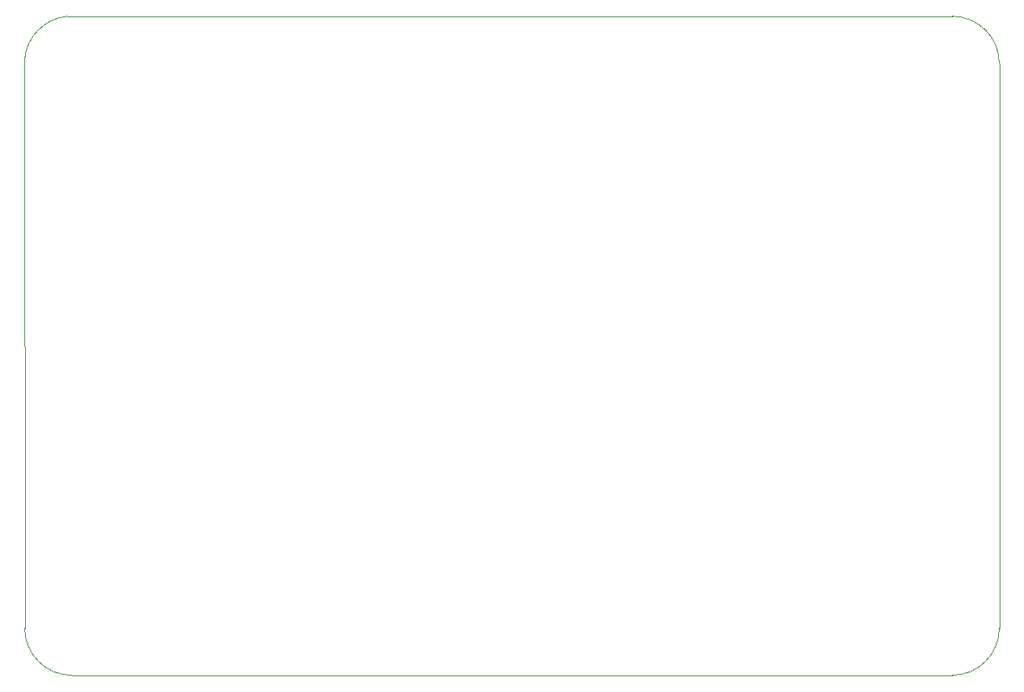
<source format=gm1>
G04 #@! TF.GenerationSoftware,KiCad,Pcbnew,(5.1.9)-1*
G04 #@! TF.CreationDate,2021-11-23T21:03:06+05:30*
G04 #@! TF.ProjectId,Onyx PCB,4f6e7978-2050-4434-922e-6b696361645f,rev?*
G04 #@! TF.SameCoordinates,Original*
G04 #@! TF.FileFunction,Profile,NP*
%FSLAX46Y46*%
G04 Gerber Fmt 4.6, Leading zero omitted, Abs format (unit mm)*
G04 Created by KiCad (PCBNEW (5.1.9)-1) date 2021-11-23 21:03:06*
%MOMM*%
%LPD*%
G01*
G04 APERTURE LIST*
G04 #@! TA.AperFunction,Profile*
%ADD10C,0.050000*%
G04 #@! TD*
G04 APERTURE END LIST*
D10*
X111747638Y-80916259D02*
G75*
G02*
X116332001Y-76200001I5092362J-363741D01*
G01*
X211836000Y-76200000D02*
G75*
G02*
X216916000Y-81280000I0J-5080000D01*
G01*
X116840000Y-147320000D02*
G75*
G02*
X111760000Y-142240000I0J5080000D01*
G01*
X216916000Y-142240000D02*
G75*
G02*
X211836000Y-147320000I-5080000J0D01*
G01*
X111760000Y-142240000D02*
X111747639Y-80916259D01*
X211836000Y-147320000D02*
X116840000Y-147320000D01*
X216916000Y-81280000D02*
X216916000Y-142240000D01*
X116332001Y-76200001D02*
X211836000Y-76200000D01*
M02*

</source>
